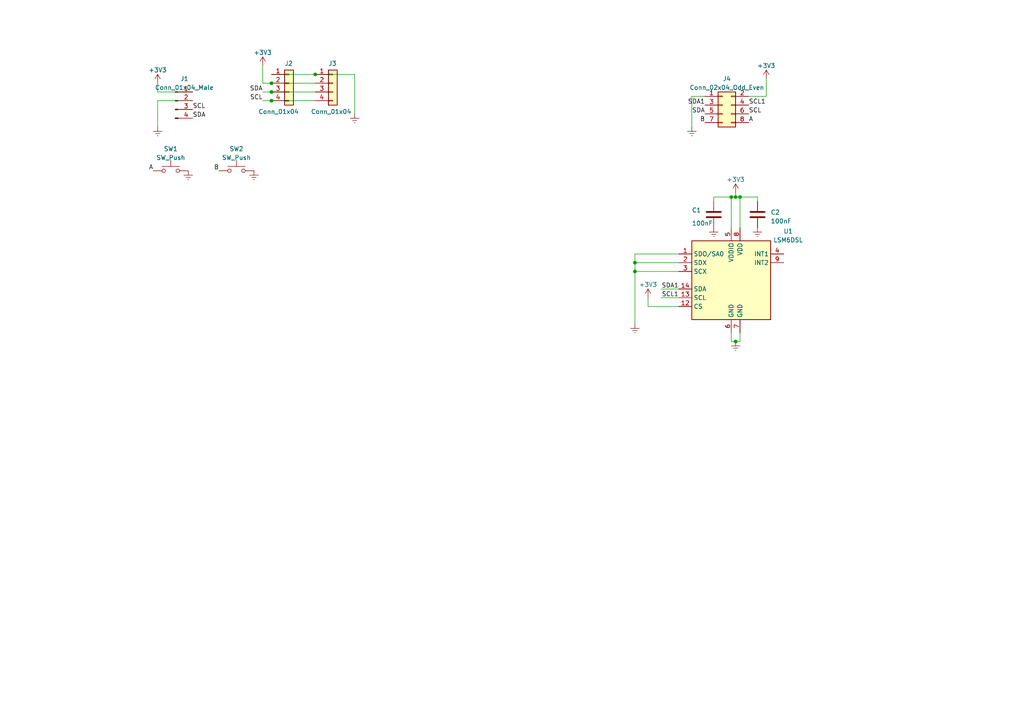
<source format=kicad_sch>
(kicad_sch (version 20210621) (generator eeschema)
  (paper "A4")
  (lib_symbols
    (symbol "Connector:Conn_01x04_Male" (pin_names (offset 1.016) hide)
      (property "Reference" "J" (at 0 5.08 0))
      (property "Value" "Conn_01x04_Male" (at 0 -7.62 0))
      (symbol "Conn_01x04_Male_1_1"
        (polyline (pts (xy 1.27 -5.08) (xy 0.8636 -5.08)) (stroke (width 0.1524)))
        (polyline (pts (xy 1.27 -2.54) (xy 0.8636 -2.54)) (stroke (width 0.1524)))
        (polyline (pts (xy 1.27 0) (xy 0.8636 0)) (stroke (width 0.1524)))
        (polyline (pts (xy 1.27 2.54) (xy 0.8636 2.54)) (stroke (width 0.1524)))
        (rectangle (start 0.8636 -4.953) (end 0 -5.207) (stroke (width 0.1524)) (fill (type outline)))
        (rectangle (start 0.8636 -2.413) (end 0 -2.667) (stroke (width 0.1524)) (fill (type outline)))
        (rectangle (start 0.8636 0.127) (end 0 -0.127) (stroke (width 0.1524)) (fill (type outline)))
        (rectangle (start 0.8636 2.667) (end 0 2.413) (stroke (width 0.1524)) (fill (type outline)))
        (pin passive line (at 5.08 2.54 180) (length 3.81) (name "Pin_1") (number "1"))
        (pin passive line (at 5.08 0 180) (length 3.81) (name "Pin_2") (number "2"))
        (pin passive line (at 5.08 -2.54 180) (length 3.81) (name "Pin_3") (number "3"))
        (pin passive line (at 5.08 -5.08 180) (length 3.81) (name "Pin_4") (number "4"))
      )
    )
    (symbol "Connector_Generic:Conn_01x04" (pin_names (offset 1.016) hide)
      (property "Reference" "J" (at 0 5.08 0))
      (property "Value" "Conn_01x04" (at 0 -7.62 0))
      (symbol "Conn_01x04_1_1"
        (rectangle (start -1.27 -4.953) (end 0 -5.207) (stroke (width 0.1524)))
        (rectangle (start -1.27 -2.413) (end 0 -2.667) (stroke (width 0.1524)))
        (rectangle (start -1.27 0.127) (end 0 -0.127) (stroke (width 0.1524)))
        (rectangle (start -1.27 2.667) (end 0 2.413) (stroke (width 0.1524)))
        (rectangle (start -1.27 3.81) (end 1.27 -6.35) (stroke (width 0.254)) (fill (type background)))
        (pin passive line (at -5.08 2.54 0) (length 3.81) (name "Pin_1") (number "1"))
        (pin passive line (at -5.08 0 0) (length 3.81) (name "Pin_2") (number "2"))
        (pin passive line (at -5.08 -2.54 0) (length 3.81) (name "Pin_3") (number "3"))
        (pin passive line (at -5.08 -5.08 0) (length 3.81) (name "Pin_4") (number "4"))
      )
    )
    (symbol "Connector_Generic:Conn_02x04_Odd_Even" (pin_names (offset 1.016) hide)
      (property "Reference" "J" (at 1.27 5.08 0))
      (property "Value" "Conn_02x04_Odd_Even" (at 1.27 -7.62 0))
      (symbol "Conn_02x04_Odd_Even_1_1"
        (rectangle (start -1.27 -4.953) (end 0 -5.207) (stroke (width 0.1524)))
        (rectangle (start -1.27 -2.413) (end 0 -2.667) (stroke (width 0.1524)))
        (rectangle (start -1.27 0.127) (end 0 -0.127) (stroke (width 0.1524)))
        (rectangle (start -1.27 2.667) (end 0 2.413) (stroke (width 0.1524)))
        (rectangle (start -1.27 3.81) (end 3.81 -6.35) (stroke (width 0.254)) (fill (type background)))
        (rectangle (start 3.81 -4.953) (end 2.54 -5.207) (stroke (width 0.1524)))
        (rectangle (start 3.81 -2.413) (end 2.54 -2.667) (stroke (width 0.1524)))
        (rectangle (start 3.81 0.127) (end 2.54 -0.127) (stroke (width 0.1524)))
        (rectangle (start 3.81 2.667) (end 2.54 2.413) (stroke (width 0.1524)))
        (pin passive line (at -5.08 2.54 0) (length 3.81) (name "Pin_1") (number "1"))
        (pin passive line (at 7.62 2.54 180) (length 3.81) (name "Pin_2") (number "2"))
        (pin passive line (at -5.08 0 0) (length 3.81) (name "Pin_3") (number "3"))
        (pin passive line (at 7.62 0 180) (length 3.81) (name "Pin_4") (number "4"))
        (pin passive line (at -5.08 -2.54 0) (length 3.81) (name "Pin_5") (number "5"))
        (pin passive line (at 7.62 -2.54 180) (length 3.81) (name "Pin_6") (number "6"))
        (pin passive line (at -5.08 -5.08 0) (length 3.81) (name "Pin_7") (number "7"))
        (pin passive line (at 7.62 -5.08 180) (length 3.81) (name "Pin_8") (number "8"))
      )
    )
    (symbol "Device:C" (pin_numbers hide) (pin_names (offset 0.254))
      (property "Reference" "C" (at 0.635 2.54 0))
      (property "Value" "C" (at 0.635 -2.54 0))
      (symbol "C_0_1"
        (polyline (pts (xy -2.032 -0.762) (xy 2.032 -0.762)) (stroke (width 0.508)))
        (polyline (pts (xy -2.032 0.762) (xy 2.032 0.762)) (stroke (width 0.508)))
      )
      (symbol "C_1_1"
        (pin passive line (at 0 3.81 270) (length 2.794) (name "~") (number "1"))
        (pin passive line (at 0 -3.81 90) (length 2.794) (name "~") (number "2"))
      )
    )
    (symbol "Switch:SW_Push" (pin_numbers hide) (pin_names (offset 1.016) hide)
      (property "Reference" "SW" (at 1.27 2.54 0))
      (property "Value" "SW_Push" (at 0 -1.524 0))
      (symbol "SW_Push_0_1"
        (circle (center -2.032 0) (radius 0.508))
        (polyline (pts (xy 0 1.27) (xy 0 3.048)))
        (polyline (pts (xy 2.54 1.27) (xy -2.54 1.27)))
        (circle (center 2.032 0) (radius 0.508))
        (pin passive line (at -5.08 0 0) (length 2.54) (name "1") (number "1"))
        (pin passive line (at 5.08 0 180) (length 2.54) (name "2") (number "2"))
      )
    )
    (symbol "power:+3.3V" (power) (pin_names (offset 0))
      (property "Value" "+3.3V" (at 0 3.556 0))
      (symbol "+3.3V_0_1"
        (polyline (pts (xy -0.762 1.27) (xy 0 2.54)))
        (polyline (pts (xy 0 0) (xy 0 2.54)))
        (polyline (pts (xy 0 2.54) (xy 0.762 1.27)))
      )
      (symbol "+3.3V_1_1"
        (pin power_in line (at 0 0 90) (length 0) hide (name "+3V3") (number "1"))
      )
    )
    (symbol "power:GNDREF" (power) (pin_names (offset 0))
      (property "Value" "GNDREF" (at 0 -3.81 0))
      (symbol "GNDREF_0_1"
        (polyline (pts (xy -0.635 -1.905) (xy 0.635 -1.905)))
        (polyline (pts (xy -0.127 -2.54) (xy 0.127 -2.54)))
        (polyline (pts (xy 0 -1.27) (xy 0 0)))
        (polyline (pts (xy 1.27 -1.27) (xy -1.27 -1.27)))
      )
      (symbol "GNDREF_1_1"
        (pin power_in line (at 0 0 270) (length 0) hide (name "GNDREF") (number "1"))
      )
    )
    (symbol "shurik-personal:LSM6DSL"
      (property "Reference" "U" (at -11.43 15.24 0))
      (property "Value" "LSM6DSL" (at -11.43 12.7 0))
      (symbol "LSM6DSL_0_1"
        (rectangle (start 11.43 11.43) (end -11.43 -11.43) (stroke (width 0.254)) (fill (type background)))
      )
      (symbol "LSM6DSL_1_1"
        (pin bidirectional line (at -15.24 7.62 0) (length 3.81) (name "SDO/SA0") (number "1"))
        (pin no_connect line (at 10.16 -5.08 180) (length 3.81) hide (name "NC") (number "10"))
        (pin no_connect line (at 10.16 -2.54 180) (length 3.81) hide (name "NC") (number "11"))
        (pin input line (at -15.24 -7.62 0) (length 3.81) (name "CS") (number "12"))
        (pin input line (at -15.24 -5.08 0) (length 3.81) (name "SCL") (number "13"))
        (pin bidirectional line (at -15.24 -2.54 0) (length 3.81) (name "SDA") (number "14"))
        (pin bidirectional line (at -15.24 5.08 0) (length 3.81) (name "SDX") (number "2"))
        (pin input line (at -15.24 2.54 0) (length 3.81) (name "SCX") (number "3"))
        (pin output line (at 15.24 7.62 180) (length 3.81) (name "INT1") (number "4"))
        (pin power_in line (at 0 15.24 270) (length 3.81) (name "VDDIO") (number "5"))
        (pin power_in line (at 0 -15.24 90) (length 3.81) (name "GND") (number "6"))
        (pin power_in line (at 2.54 -15.24 90) (length 3.81) (name "GND") (number "7"))
        (pin power_in line (at 2.54 15.24 270) (length 3.81) (name "VDD") (number "8"))
        (pin output line (at 15.24 5.08 180) (length 3.81) (name "INT2") (number "9"))
      )
    )
  )
  (junction (at 213.36 99.06))
  (junction (at 78.74 29.21) (diameter 0.9144))
  (junction (at 78.74 26.67) (diameter 0.9144))
  (junction (at 212.09 57.15))
  (junction (at 78.74 24.13) (diameter 0.9144))
  (junction (at 213.36 57.15))
  (junction (at 91.44 21.59) (diameter 0.9144))
  (junction (at 214.63 57.15))
  (junction (at 184.15 78.74))
  (junction (at 184.15 76.2))
  (wire (pts (xy 196.85 88.9) (xy 187.96 88.9)))
  (wire (pts (xy 187.96 86.36) (xy 187.96 88.9)))
  (wire (pts (xy 91.44 21.59) (xy 102.87 21.59)))
  (wire (pts (xy 102.87 21.59) (xy 102.87 33.02)))
  (wire (pts (xy 214.63 96.52) (xy 214.63 99.06)))
  (wire (pts (xy 213.36 99.06) (xy 214.63 99.06)))
  (wire (pts (xy 55.88 29.21) (xy 45.72 29.21)))
  (wire (pts (xy 45.72 29.21) (xy 45.72 36.83)))
  (wire (pts (xy 76.2 26.67) (xy 78.74 26.67)))
  (wire (pts (xy 78.74 24.13) (xy 91.44 24.13)))
  (wire (pts (xy 78.74 29.21) (xy 91.44 29.21)))
  (wire (pts (xy 213.36 55.88) (xy 213.36 57.15)))
  (wire (pts (xy 212.09 99.06) (xy 213.36 99.06)))
  (wire (pts (xy 212.09 96.52) (xy 212.09 99.06)))
  (wire (pts (xy 200.66 27.94) (xy 204.47 27.94)))
  (wire (pts (xy 212.09 57.15) (xy 213.36 57.15)))
  (wire (pts (xy 212.09 66.04) (xy 212.09 57.15)))
  (wire (pts (xy 214.63 57.15) (xy 214.63 66.04)))
  (wire (pts (xy 213.36 57.15) (xy 214.63 57.15)))
  (wire (pts (xy 76.2 24.13) (xy 76.2 19.05)))
  (wire (pts (xy 78.74 24.13) (xy 76.2 24.13)))
  (wire (pts (xy 45.72 24.13) (xy 45.72 26.67)))
  (wire (pts (xy 55.88 26.67) (xy 45.72 26.67)))
  (wire (pts (xy 76.2 29.21) (xy 78.74 29.21)))
  (wire (pts (xy 191.77 83.82) (xy 196.85 83.82)))
  (wire (pts (xy 214.63 57.15) (xy 219.71 57.15)))
  (wire (pts (xy 219.71 57.15) (xy 219.71 58.42)))
  (wire (pts (xy 78.74 21.59) (xy 91.44 21.59)))
  (wire (pts (xy 184.15 78.74) (xy 196.85 78.74)))
  (wire (pts (xy 207.01 57.15) (xy 207.01 58.42)))
  (wire (pts (xy 212.09 57.15) (xy 207.01 57.15)))
  (wire (pts (xy 200.66 27.94) (xy 200.66 36.83)))
  (wire (pts (xy 184.15 76.2) (xy 196.85 76.2)))
  (wire (pts (xy 191.77 86.36) (xy 196.85 86.36)))
  (wire (pts (xy 217.17 27.94) (xy 222.25 27.94)))
  (wire (pts (xy 222.25 22.86) (xy 222.25 27.94)))
  (wire (pts (xy 196.85 73.66) (xy 184.15 73.66)))
  (wire (pts (xy 184.15 76.2) (xy 184.15 78.74)))
  (wire (pts (xy 184.15 73.66) (xy 184.15 76.2)))
  (wire (pts (xy 184.15 78.74) (xy 184.15 93.98)))
  (wire (pts (xy 78.74 26.67) (xy 91.44 26.67)))
  (label "SCL1" (at 217.17 30.48 0))
  (label "SCL" (at 76.2 29.21 180))
  (label "SCL" (at 55.88 31.75 0))
  (label "SDA" (at 204.47 33.02 180))
  (label "SCL" (at 217.17 33.02 0))
  (label "SDA1" (at 204.47 30.48 180))
  (label "SDA1" (at 196.85 83.82 180))
  (label "SDA" (at 55.88 34.29 0))
  (label "A" (at 217.17 35.56 0))
  (label "SDA" (at 76.2 26.67 180))
  (label "A" (at 44.45 49.53 180))
  (label "B" (at 63.5 49.53 180))
  (label "SCL1" (at 196.85 86.36 180))
  (label "B" (at 204.47 35.56 180))
  (symbol (lib_id "Switch:SW_Push") (at 49.53 49.53 0) (unit 1)
    (property "Reference" "SW1" (at 49.53 43.18 0))
    (property "Value" "SW_Push" (at 49.53 45.72 0))
    (property "Footprint" "Button_Switch_THT:SW_PUSH_6mm_H4.3mm" (effects hide))
  )
  (symbol (lib_id "power:+3.3V") (at 222.25 22.86 0) (unit 1)
    (property "Reference" "#PWR011" (effects hide))
    (property "Value" "+3.3V" (at 222.25 19.05 0))
  )
  (symbol (lib_id "power:GNDREF") (at 45.72 36.83 0) (unit 1)
    (property "Reference" "#PWR02" (effects hide))
    (property "Value" "GNDREF" (effects hide))
  )
  (symbol (lib_id "power:GNDREF") (at 213.36 99.06 0) (unit 1)
    (property "Reference" "#PWR0101" (effects hide))
    (property "Value" "GNDREF" (effects hide))
  )
  (symbol (lib_id "power:GNDREF") (at 207.01 66.04 0) (unit 1)
    (property "Reference" "#PWR08" (effects hide))
    (property "Value" "GNDREF" (effects hide))
  )
  (symbol (lib_id "power:+3.3V") (at 45.72 24.13 0) (unit 1)
    (property "Reference" "#PWR01" (effects hide))
    (property "Value" "+3.3V" (at 45.72 20.32 0))
  )
  (symbol (lib_id "power:+3.3V") (at 213.36 55.88 0) (unit 1)
    (property "Reference" "#PWR09" (effects hide))
    (property "Value" "+3.3V" (at 213.36 52.07 0))
  )
  (symbol (lib_id "Device:C") (at 219.71 62.23 0) (unit 1)
    (property "Reference" "C2" (at 223.52 61.5949 0) (effects (justify left)))
    (property "Value" "100nF" (at 223.52 64.1349 0) (effects (justify left)))
    (property "Footprint" "Capacitor_SMD:C_0603_1608Metric" (effects hide))
  )
  (symbol (lib_id "power:GNDREF") (at 219.71 66.04 0) (unit 1)
    (property "Reference" "#PWR010" (effects hide))
    (property "Value" "GNDREF" (effects hide))
  )
  (symbol (lib_id "Connector:Conn_01x04_Male") (at 50.8 29.21 0) (unit 1)
    (property "Reference" "J1" (at 53.4924 22.86 0))
    (property "Value" "Conn_01x04_Male" (at 53.4924 25.4 0))
    (property "Footprint" "shurik-personal:OLED_128x64_1_3in" (effects hide))
  )
  (symbol (lib_id "power:+3.3V") (at 187.96 86.36 0) (unit 1)
    (property "Reference" "#PWR?" (effects hide))
    (property "Value" "+3.3V" (at 187.96 82.55 0))
  )
  (symbol (lib_id "Connector_Generic:Conn_01x04") (at 96.52 24.13 0) (unit 1)
    (property "Reference" "J3" (at 95.25 18.4149 0) (effects (justify left)))
    (property "Value" "Conn_01x04" (at 90.17 32.3849 0) (effects (justify left)))
    (property "Footprint" "Connector_JST:JST_SH_SM04B-SRSS-TB_1x04-1MP_P1.00mm_Horizontal" (effects hide))
  )
  (symbol (lib_id "power:+3.3V") (at 76.2 19.05 0) (unit 1)
    (property "Reference" "#PWR05" (effects hide))
    (property "Value" "+3.3V" (at 76.2 15.24 0))
  )
  (symbol (lib_id "power:GNDREF") (at 73.66 49.53 0) (unit 1)
    (property "Reference" "#PWR04" (effects hide))
    (property "Value" "GNDREF" (effects hide))
  )
  (symbol (lib_id "Device:C") (at 207.01 62.23 0) (unit 1)
    (property "Reference" "C1" (at 200.66 60.96 0) (effects (justify left)))
    (property "Value" "100nF" (at 200.66 64.77 0) (effects (justify left)))
    (property "Footprint" "Capacitor_SMD:C_0603_1608Metric" (effects hide))
  )
  (symbol (lib_id "power:GNDREF") (at 54.61 49.53 0) (unit 1)
    (property "Reference" "#PWR03" (effects hide))
    (property "Value" "GNDREF" (effects hide))
  )
  (symbol (lib_id "Connector_Generic:Conn_02x04_Odd_Even") (at 209.55 30.48 0) (unit 1)
    (property "Reference" "J4" (at 210.82 22.86 0))
    (property "Value" "Conn_02x04_Odd_Even" (at 210.82 25.4 0))
    (property "Footprint" "Connector_PinSocket_2.54mm:PinSocket_2x04_P2.54mm_Vertical" (effects hide))
  )
  (symbol (lib_id "power:GNDREF") (at 184.15 93.98 0) (unit 1)
    (property "Reference" "#PWR?" (effects hide))
    (property "Value" "GNDREF" (effects hide))
  )
  (symbol (lib_id "shurik-personal:LSM6DSL") (at 212.09 81.28 0) (unit 1)
    (property "Reference" "U1" (at 228.6 67.0812 0))
    (property "Value" "LSM6DSL" (at 228.6 69.6212 0))
    (property "Footprint" "Package_LGA:LGA-14_3x2.5mm_P0.5mm_LayoutBorder3x4y" (effects hide))
    (property "Datasheet" "https://www.st.com/resource/en/datasheet/lsm6dsl.pdf" (effects hide))
  )
  (symbol (lib_id "Switch:SW_Push") (at 68.58 49.53 0) (unit 1)
    (property "Reference" "SW2" (at 68.58 43.18 0))
    (property "Value" "SW_Push" (at 68.58 45.72 0))
    (property "Footprint" "Button_Switch_THT:SW_PUSH_6mm_H4.3mm" (effects hide))
  )
  (symbol (lib_id "Connector_Generic:Conn_01x04") (at 83.82 24.13 0) (unit 1)
    (property "Reference" "J2" (at 82.55 18.4149 0) (effects (justify left)))
    (property "Value" "Conn_01x04" (at 74.93 32.3849 0) (effects (justify left)))
    (property "Footprint" "Connector_JST:JST_SH_SM04B-SRSS-TB_1x04-1MP_P1.00mm_Horizontal" (effects hide))
  )
  (symbol (lib_id "power:GNDREF") (at 200.66 36.83 0) (unit 1)
    (property "Reference" "#PWR07" (effects hide))
    (property "Value" "GNDREF" (effects hide))
  )
  (symbol (lib_id "power:GNDREF") (at 102.87 33.02 0) (unit 1)
    (property "Reference" "#PWR06" (effects hide))
    (property "Value" "GNDREF" (effects hide))
  )
)
</source>
